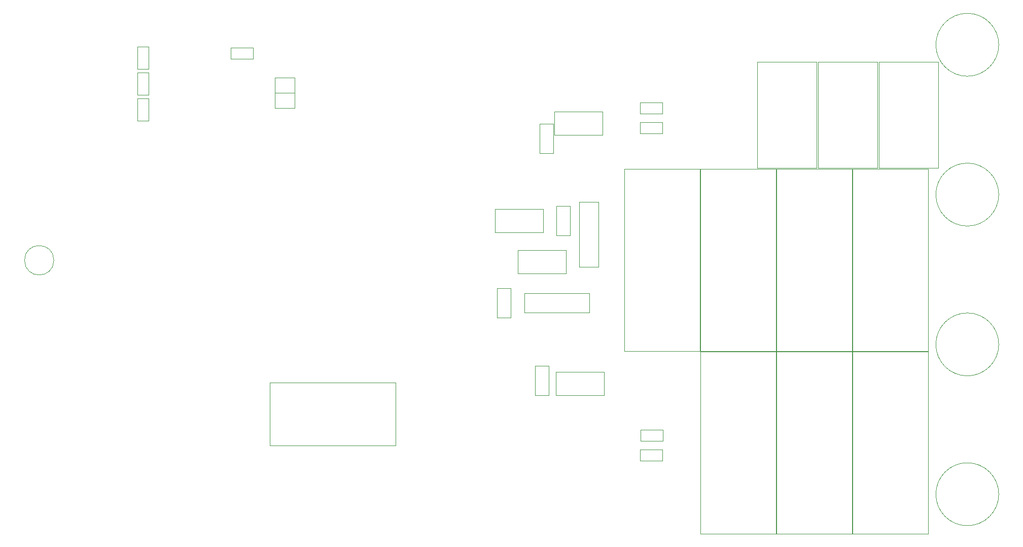
<source format=gbr>
G04 #@! TF.GenerationSoftware,KiCad,Pcbnew,(5.0.0-rc2-dev-586-g888c43477)*
G04 #@! TF.CreationDate,2018-06-04T00:08:36-03:00*
G04 #@! TF.ProjectId,Mcc18,4D636331382E6B696361645F70636200,rev?*
G04 #@! TF.SameCoordinates,Original*
G04 #@! TF.FileFunction,Other,User*
%FSLAX46Y46*%
G04 Gerber Fmt 4.6, Leading zero omitted, Abs format (unit mm)*
G04 Created by KiCad (PCBNEW (5.0.0-rc2-dev-586-g888c43477)) date 06/04/18 00:08:36*
%MOMM*%
%LPD*%
G01*
G04 APERTURE LIST*
%ADD10C,0.050000*%
G04 APERTURE END LIST*
D10*
X87717800Y-90932000D02*
G75*
G03X87717800Y-90932000I-2450000J0D01*
G01*
X124588000Y-60472000D02*
X127888000Y-60472000D01*
X124588000Y-60472000D02*
X124588000Y-62972000D01*
X127888000Y-62972000D02*
X127888000Y-60472000D01*
X127888000Y-62972000D02*
X124588000Y-62972000D01*
X127888000Y-65512000D02*
X124588000Y-65512000D01*
X127888000Y-65512000D02*
X127888000Y-63012000D01*
X124588000Y-63012000D02*
X124588000Y-65512000D01*
X124588000Y-63012000D02*
X127888000Y-63012000D01*
X120986000Y-55438000D02*
X120986000Y-57338000D01*
X120986000Y-57338000D02*
X117266000Y-57338000D01*
X117266000Y-57338000D02*
X117266000Y-55438000D01*
X117266000Y-55438000D02*
X120986000Y-55438000D01*
X185592000Y-64582000D02*
X189312000Y-64582000D01*
X185592000Y-66482000D02*
X185592000Y-64582000D01*
X189312000Y-66482000D02*
X185592000Y-66482000D01*
X189312000Y-64582000D02*
X189312000Y-66482000D01*
X170314000Y-108538000D02*
X170314000Y-113458000D01*
X168014000Y-108538000D02*
X170314000Y-108538000D01*
X168014000Y-113458000D02*
X168014000Y-108538000D01*
X170314000Y-113458000D02*
X168014000Y-113458000D01*
X161664000Y-95584000D02*
X163964000Y-95584000D01*
X163964000Y-95584000D02*
X163964000Y-100504000D01*
X163964000Y-100504000D02*
X161664000Y-100504000D01*
X161664000Y-100504000D02*
X161664000Y-95584000D01*
X173870000Y-81868000D02*
X173870000Y-86788000D01*
X171570000Y-81868000D02*
X173870000Y-81868000D01*
X171570000Y-86788000D02*
X171570000Y-81868000D01*
X173870000Y-86788000D02*
X171570000Y-86788000D01*
X168776000Y-68152000D02*
X171076000Y-68152000D01*
X171076000Y-68152000D02*
X171076000Y-73072000D01*
X171076000Y-73072000D02*
X168776000Y-73072000D01*
X168776000Y-73072000D02*
X168776000Y-68152000D01*
X123800000Y-111336000D02*
X123800000Y-121836000D01*
X144760000Y-111336000D02*
X123800000Y-111336000D01*
X144760000Y-121836000D02*
X144760000Y-111336000D01*
X123800000Y-121836000D02*
X144760000Y-121836000D01*
X225168000Y-75532000D02*
X225168000Y-57832000D01*
X215268000Y-75532000D02*
X225168000Y-75532000D01*
X215268000Y-57832000D02*
X215268000Y-75532000D01*
X225168000Y-57832000D02*
X215268000Y-57832000D01*
X235328000Y-75532000D02*
X235328000Y-57832000D01*
X225428000Y-75532000D02*
X235328000Y-75532000D01*
X225428000Y-57832000D02*
X225428000Y-75532000D01*
X235328000Y-57832000D02*
X225428000Y-57832000D01*
X215008000Y-75532000D02*
X215008000Y-57832000D01*
X205108000Y-75532000D02*
X215008000Y-75532000D01*
X205108000Y-57832000D02*
X205108000Y-75532000D01*
X215008000Y-57832000D02*
X205108000Y-57832000D01*
X166304000Y-99644000D02*
X166304000Y-96444000D01*
X177104000Y-99644000D02*
X166304000Y-99644000D01*
X177104000Y-96444000D02*
X177104000Y-99644000D01*
X166304000Y-96444000D02*
X177104000Y-96444000D01*
X178638000Y-92014000D02*
X175438000Y-92014000D01*
X178638000Y-81214000D02*
X178638000Y-92014000D01*
X175438000Y-81214000D02*
X178638000Y-81214000D01*
X175438000Y-92014000D02*
X175438000Y-81214000D01*
X103566000Y-59608000D02*
X103566000Y-63328000D01*
X101666000Y-59608000D02*
X103566000Y-59608000D01*
X101666000Y-63328000D02*
X101666000Y-59608000D01*
X103566000Y-63328000D02*
X101666000Y-63328000D01*
X179524000Y-113456000D02*
X171504000Y-113456000D01*
X179524000Y-109556000D02*
X179524000Y-113456000D01*
X171504000Y-109556000D02*
X179524000Y-109556000D01*
X171504000Y-113456000D02*
X171504000Y-109556000D01*
X169364000Y-86278000D02*
X161344000Y-86278000D01*
X169364000Y-82378000D02*
X169364000Y-86278000D01*
X161344000Y-82378000D02*
X169364000Y-82378000D01*
X161344000Y-86278000D02*
X161344000Y-82378000D01*
X165154000Y-89236000D02*
X173174000Y-89236000D01*
X165154000Y-93136000D02*
X165154000Y-89236000D01*
X173174000Y-93136000D02*
X165154000Y-93136000D01*
X173174000Y-89236000D02*
X173174000Y-93136000D01*
X179270000Y-70022000D02*
X171250000Y-70022000D01*
X179270000Y-66122000D02*
X179270000Y-70022000D01*
X171250000Y-66122000D02*
X179270000Y-66122000D01*
X171250000Y-70022000D02*
X171250000Y-66122000D01*
X101666000Y-63926000D02*
X103566000Y-63926000D01*
X103566000Y-63926000D02*
X103566000Y-67646000D01*
X103566000Y-67646000D02*
X101666000Y-67646000D01*
X101666000Y-67646000D02*
X101666000Y-63926000D01*
X103566000Y-55290000D02*
X103566000Y-59010000D01*
X101666000Y-55290000D02*
X103566000Y-55290000D01*
X101666000Y-59010000D02*
X101666000Y-55290000D01*
X103566000Y-59010000D02*
X101666000Y-59010000D01*
X208330000Y-106178000D02*
X208330000Y-136578000D01*
X220930000Y-106178000D02*
X208330000Y-106178000D01*
X220930000Y-136578000D02*
X220930000Y-106178000D01*
X208330000Y-136578000D02*
X220930000Y-136578000D01*
X221030000Y-106098000D02*
X233630000Y-106098000D01*
X233630000Y-106098000D02*
X233630000Y-75698000D01*
X233630000Y-75698000D02*
X221030000Y-75698000D01*
X221030000Y-75698000D02*
X221030000Y-106098000D01*
X208330000Y-75698000D02*
X208330000Y-106098000D01*
X220930000Y-75698000D02*
X208330000Y-75698000D01*
X220930000Y-106098000D02*
X220930000Y-75698000D01*
X208330000Y-106098000D02*
X220930000Y-106098000D01*
X195630000Y-106098000D02*
X208230000Y-106098000D01*
X208230000Y-106098000D02*
X208230000Y-75698000D01*
X208230000Y-75698000D02*
X195630000Y-75698000D01*
X195630000Y-75698000D02*
X195630000Y-106098000D01*
X221030000Y-106178000D02*
X221030000Y-136578000D01*
X233630000Y-106178000D02*
X221030000Y-106178000D01*
X233630000Y-136578000D02*
X233630000Y-106178000D01*
X221030000Y-136578000D02*
X233630000Y-136578000D01*
X182930000Y-106098000D02*
X195530000Y-106098000D01*
X195530000Y-106098000D02*
X195530000Y-75698000D01*
X195530000Y-75698000D02*
X182930000Y-75698000D01*
X182930000Y-75698000D02*
X182930000Y-106098000D01*
X195630000Y-106178000D02*
X195630000Y-136578000D01*
X208230000Y-106178000D02*
X195630000Y-106178000D01*
X208230000Y-136578000D02*
X208230000Y-106178000D01*
X195630000Y-136578000D02*
X208230000Y-136578000D01*
X245452000Y-129972000D02*
G75*
G03X245452000Y-129972000I-5250000J0D01*
G01*
X245452000Y-104972000D02*
G75*
G03X245452000Y-104972000I-5250000J0D01*
G01*
X245452000Y-79972000D02*
G75*
G03X245452000Y-79972000I-5250000J0D01*
G01*
X245452000Y-54972000D02*
G75*
G03X245452000Y-54972000I-5250000J0D01*
G01*
X189312000Y-67884000D02*
X189312000Y-69784000D01*
X189312000Y-69784000D02*
X185592000Y-69784000D01*
X185592000Y-69784000D02*
X185592000Y-67884000D01*
X185592000Y-67884000D02*
X189312000Y-67884000D01*
X185592000Y-122494000D02*
X189312000Y-122494000D01*
X185592000Y-124394000D02*
X185592000Y-122494000D01*
X189312000Y-124394000D02*
X185592000Y-124394000D01*
X189312000Y-122494000D02*
X189312000Y-124394000D01*
X189360500Y-119192000D02*
X189360500Y-121092000D01*
X189360500Y-121092000D02*
X185640500Y-121092000D01*
X185640500Y-121092000D02*
X185640500Y-119192000D01*
X185640500Y-119192000D02*
X189360500Y-119192000D01*
M02*

</source>
